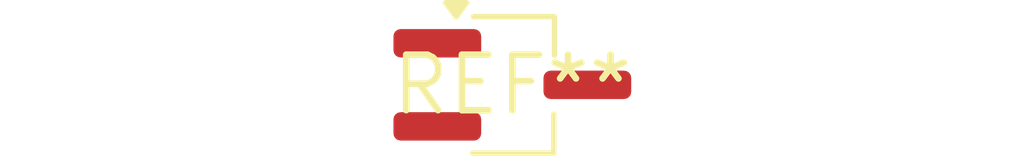
<source format=kicad_pcb>
(kicad_pcb (version 20240108) (generator pcbnew)
  (layers (0 "F.Cu" signal) (31 "B.Cu" signal) (34 "B.Paste" user) (35 "F.Paste" user) (36 "B.SilkS" user "B.Silkscreen") (37 "F.SilkS" user "F.Silkscreen") (38 "B.Mask" user) (39 "F.Mask" user) (44 "Edge.Cuts" user))
  (net 0 "")
  (footprint "TSOT-23_HandSoldering" (layer "F.Cu") (at 0 0)
    (property "Reference" "REF**")
    (property "Value" "TSOT-23_HandSoldering")
    (fp_line (start 0.945 0.67) (end 0.945 1.56) (layer "F.SilkS") (stroke (width 0.12)))
    (fp_line (start 0.945 1.56) (end -0.905 1.56) (layer "F.SilkS") (stroke (width 0.12)))
    (fp_line (start 0.96 -1.56) (end -0.89 -1.56) (layer "F.SilkS") (stroke (width 0.12)))
    (fp_line (start 0.96 -1.56) (end 0.96 -0.67) (layer "F.SilkS") (stroke (width 0.12)))
    (fp_poly (pts (xy -1.28 -1.55) (xy -1.52 -1.88) (xy -1.04 -1.88) (xy -1.28 -1.55)) (layer "F.SilkS") (stroke (width 0.12)) (fill solid))
    (pad "1" smd roundrect (at -1.71 -0.95) (size 2 0.65) (layers "F.Cu" "F.Paste" "F.Mask"))
    (pad "2" smd roundrect (at -1.71 0.95) (size 2 0.65) (layers "F.Cu" "F.Paste" "F.Mask"))
    (pad "3" smd roundrect (at 1.71 0) (size 2 0.65) (layers "F.Cu" "F.Paste" "F.Mask"))
  )
)
</source>
